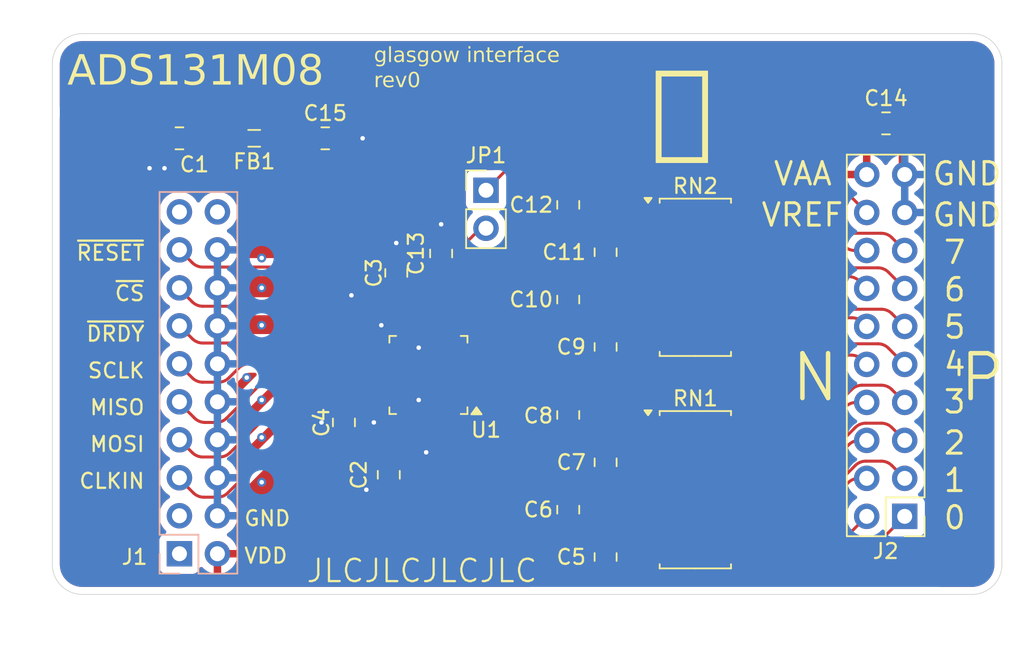
<source format=kicad_pcb>
(kicad_pcb (version 20240108) (generator "pcbnew") (generator_version "8.0")
  (layers (0 "F.Cu" signal) (1 "In1.Cu" signal) (2 "In2.Cu" signal) (31 "B.Cu" signal) (34 "B.Paste" user) (35 "F.Paste" user) (36 "B.SilkS" user "B.Silkscreen") (37 "F.SilkS" user "F.Silkscreen") (38 "B.Mask" user) (39 "F.Mask" user) (44 "Edge.Cuts" user))
  (net 0 "")
  (net 1 "VDD")
  (net 2 "GND")
  (net 3 "VAA")
  (net 4 "/CAP")
  (net 5 "/AIN0N")
  (net 6 "/AIN0P")
  (net 7 "/AIN1N")
  (net 8 "/AIN1P")
  (net 9 "/AIN2N")
  (net 10 "/AIN2P")
  (net 11 "/AIN3P")
  (net 12 "/AIN3N")
  (net 13 "/AIN4P")
  (net 14 "/AIN4N")
  (net 15 "/AIN5P")
  (net 16 "/AIN5N")
  (net 17 "/AIN6P")
  (net 18 "/AIN6N")
  (net 19 "/AIN7N")
  (net 20 "/AIN7P")
  (net 24 "/VREFIN")
  (net 25 "/~{DRDY}")
  (net 26 "/SCLK")
  (net 27 "/MOSI")
  (net 28 "/MISO")
  (net 29 "/~{CS}")
  (net 30 "/CLKIN")
  (net 32 "/~{RESET}")
  (net 34 "/SIG2P")
  (net 35 "/SIG2N")
  (net 36 "/SIG3P")
  (net 37 "/SIG1N")
  (net 38 "/SIG0P")
  (net 39 "/SIG3N")
  (net 40 "/SIG1P")
  (net 41 "/SIG0N")
  (net 42 "/SIG6P")
  (net 43 "/SIG7N")
  (net 44 "/SIG5P")
  (net 45 "/SIG7P")
  (net 46 "/SIG4N")
  (net 47 "/SIG4P")
  (net 48 "/SIG5N")
  (net 49 "/SIG6N")
  (net 51 "Net-(JP1-B)")
  (footprint "Capacitor_SMD:C_0805_2012Metric" (layer "F.Cu") (at 114.5 104 -90)
    (property "Reference" "C3")
    (property "Value" "1uF")
  )
  (footprint "Package_SO:SOIC-16_4.55x10.3mm_P1.27mm" (layer "F.Cu") (at 134.5 118.5)
    (property "Reference" "RN1")
    (property "Value" "1k")
  )
  (footprint "Capacitor_SMD:C_0805_2012Metric" (layer "F.Cu") (at 147.25 94)
    (property "Reference" "C14")
    (property "Value" "4.7uF")
  )
  (footprint "Capacitor_SMD:C_0805_2012Metric" (layer "F.Cu") (at 109.75 95)
    (property "Reference" "C15")
    (property "Value" "1uF")
  )
  (footprint "Capacitor_SMD:C_0805_2012Metric" (layer "F.Cu") (at 111 114 -90)
    (property "Reference" "C4")
    (property "Value" "220nF")
  )
  (footprint "Capacitor_SMD:C_0805_2012Metric" (layer "F.Cu") (at 126 119.833332 -90)
    (property "Reference" "C6")
    (property "Value" "10nF")
  )
  (footprint "Capacitor_SMD:C_0805_2012Metric" (layer "F.Cu") (at 128.5 108.949997 -90)
    (property "Reference" "C9")
    (property "Value" "10nF")
  )
  (footprint "Capacitor_SMD:C_0805_2012Metric" (layer "F.Cu") (at 117.5 102.699999 90)
    (property "Reference" "C13")
    (property "Value" "100nF")
  )
  (footprint "Capacitor_SMD:C_0805_2012Metric" (layer "F.Cu") (at 126 105.783331 -90)
    (property "Reference" "C10")
    (property "Value" "10nF")
  )
  (footprint "Capacitor_SMD:C_0805_2012Metric" (layer "F.Cu") (at 114 117.5 -90)
    (property "Reference" "C2")
    (property "Value" "1uF")
  )
  (footprint "Capacitor_SMD:C_0805_2012Metric" (layer "F.Cu") (at 128.5 122.999998 -90)
    (property "Reference" "C5")
    (property "Value" "10nF")
  )
  (footprint "Capacitor_SMD:C_0805_2012Metric" (layer "F.Cu") (at 128.5 102.616665 -90)
    (property "Reference" "C11")
    (property "Value" "10nF")
  )
  (footprint "Capacitor_SMD:C_0805_2012Metric" (layer "F.Cu") (at 126 99.449999 -90)
    (property "Reference" "C12")
    (property "Value" "10nF")
  )
  (footprint "Package_QFP:LQFP-32_5x5mm_P0.5mm" (layer "F.Cu") (at 116.65 110.825 180)
    (property "Reference" "U1")
    (property "Value" "ADS131M08")
  )
  (footprint "Inductor_SMD:L_0805_2012Metric" (layer "F.Cu") (at 105 95 180)
    (property "Reference" "FB1")
    (property "Value" "FB")
  )
  (footprint "Connector_PinHeader_2.54mm:PinHeader_2x10_P2.54mm_Vertical" (layer "F.Cu") (at 148.5 120.28 180)
    (property "Reference" "J2")
    (property "Value" "Conn_01x20")
  )
  (footprint "Capacitor_SMD:C_0805_2012Metric" (layer "F.Cu") (at 100 95 180)
    (property "Reference" "C1")
    (property "Value" "4.7uF")
  )
  (footprint "Package_SO:SOIC-16_4.55x10.3mm_P1.27mm" (layer "F.Cu") (at 134.5 104.294999)
    (property "Reference" "RN2")
    (property "Value" "1k")
  )
  (footprint "Connector_PinHeader_2.54mm:PinHeader_1x02_P2.54mm_Vertical" (layer "F.Cu") (at 120.5 98.475)
    (property "Reference" "JP1")
    (property "Value" "VREF")
  )
  (footprint "Capacitor_SMD:C_0805_2012Metric" (layer "F.Cu") (at 128.5 116.666666 -90)
    (property "Reference" "C7")
    (property "Value" "10nF")
  )
  (footprint "Capacitor_SMD:C_0805_2012Metric" (layer "F.Cu") (at 126 113.5 -90)
    (property "Reference" "C8")
    (property "Value" "10nF")
  )
  (footprint "Connector_PinHeader_2.54mm:PinHeader_2x10_P2.54mm_Vertical" (layer "B.Cu") (at 100 122.780001)
    (property "Reference" "J1")
    (property "Value" "Glasgow")
  )
  (gr_arc (start 91.5 90) (mid 92.085786 88.585786) (end 93.5 88) (stroke (width 0.05)) (layer "Edge.Cuts"))
  (gr_line (start 153 125.5) (end 93.5 125.5) (stroke (width 0.05)) (layer "Edge.Cuts"))
  (gr_line (start 93.5 88) (end 153 88) (stroke (width 0.05)) (layer "Edge.Cuts"))
  (gr_arc (start 153 88) (mid 154.414214 88.585786) (end 155 90) (stroke (width 0.05)) (layer "Edge.Cuts"))
  (gr_line (start 155 90) (end 155 123.5) (stroke (width 0.05)) (layer "Edge.Cuts"))
  (gr_arc (start 155 123.5) (mid 154.414214 124.914214) (end 153 125.5) (stroke (width 0.05)) (layer "Edge.Cuts"))
  (gr_arc (start 93.5 125.5) (mid 92.085786 124.914214) (end 91.5 123.5) (stroke (width 0.05)) (layer "Edge.Cuts"))
  (gr_line (start 91.5 123.5) (end 91.5 90) (stroke (width 0.05)) (layer "Edge.Cuts"))
  (gr_text "7" (at 151 103.5 0) (layer "F.SilkS") (effects (font (size 1.5 1.5) (thickness 0.2)) (justify left bottom)))
  (gr_text "勘" (at 131.5 96.25 0) (layer "F.SilkS") (effects (font (size 5 5) (thickness 0.3) (bold yes)) (justify left bottom)))
  (gr_text "SCLK" (at 97.75 111.118165 0) (layer "F.SilkS") (effects (font (size 1 1) (thickness 0.153)) (justify right bottom)))
  (gr_text "JLCJLCJLCJLC" (at 108.4 124.8 0) (layer "F.SilkS") (effects (font (size 1.5 1.5)) (justify left bottom)))
  (gr_text "~{CS}" (at 97.75 105.953777 0) (layer "F.SilkS") (effects (font (size 1 1) (thickness 0.153)) (justify right bottom)))
  (gr_text "~{DRDY}\n" (at 97.75 108.657554 0) (layer "F.SilkS") (effects (font (size 1 1) (thickness 0.153)) (justify right bottom)))
  (gr_text "3" (at 151 113.5 0) (layer "F.SilkS") (effects (font (size 1.5 1.5) (thickness 0.2)) (justify left bottom)))
  (gr_text "0" (at 151 121.25 0) (layer "F.SilkS") (effects (font (size 1.5 1.5) (thickness 0.2)) (justify left bottom)))
  (gr_text "~{RESET}" (at 97.75 103.25 0) (layer "F.SilkS") (effects (font (size 1 1) (thickness 0.153)) (justify right bottom)))
  (gr_text "N" (at 140.75 112.75 0) (layer "F.SilkS") (effects (font (size 3 3) (thickness 0.3)) (justify left bottom)))
  (gr_text "glasgow interface\nrev0" (at 113 91.75 0) (layer "F.SilkS") (effects (font (size 1 1)) (justify left bottom)))
  (gr_text "2" (at 151 116.25 0) (layer "F.SilkS") (effects (font (size 1.5 1.5) (thickness 0.2)) (justify left bottom)))
  (gr_text "VREF" (at 144.5 101 0) (layer "F.SilkS") (effects (font (size 1.5 1.5) (thickness 0.2)) (justify right bottom)))
  (gr_text "5" (at 151 108.5 0) (layer "F.SilkS") (effects (font (size 1.5 1.5) (thickness 0.2)) (justify left bottom)))
  (gr_text "VAA" (at 143.75 98.25 0) (layer "F.SilkS") (effects (font (size 1.5 1.5) (thickness 0.2)) (justify right bottom)))
  (gr_text "1" (at 151 118.75 0) (layer "F.SilkS") (effects (font (size 1.5 1.5) (thickness 0.2)) (justify left bottom)))
  (gr_text "GND" (at 150.25 98.25 0) (layer "F.SilkS") (effects (font (size 1.5 1.5) (thickness 0.2)) (justify left bottom)))
  (gr_text "4" (at 151 111 0) (layer "F.SilkS") (effects (font (size 1.5 1.5) (thickness 0.2)) (justify left bottom)))
  (gr_text "MISO" (at 97.75 113.578776 0) (layer "F.SilkS") (effects (font (size 1 1) (thickness 0.153)) (justify right bottom)))
  (gr_text "GND" (at 150.25 101 0) (layer "F.SilkS") (effects (font (size 1.5 1.5) (thickness 0.2)) (justify left bottom)))
  (gr_text "ADS131M08" (at 92.5 91.75 0) (layer "F.SilkS") (effects (font (size 2 2) (thickness 0.2)) (justify left bottom)))
  (gr_text "6" (at 151 106 0) (layer "F.SilkS") (effects (font (size 1.5 1.5) (thickness 0.2)) (justify left bottom)))
  (gr_text "CLKIN" (at 97.75 118.5 0) (layer "F.SilkS") (effects (font (size 1 1) (thickness 0.153)) (justify right bottom)))
  (gr_text "MOSI" (at 97.75 116.039387 0) (layer "F.SilkS") (effects (font (size 1 1) (thickness 0.153)) (justify right bottom)))
  (gr_text "P\n" (at 152 112.75 0) (layer "F.SilkS") (effects (font (size 3 3) (thickness 0.3)) (justify left bottom)))
  (gr_text "VDD" (at 104.25 123.5 0) (layer "F.SilkS") (effects (font (size 1 1) (thickness 0.153)) (justify left bottom)))
  (gr_text "GND" (at 104.25 121 0) (layer "F.SilkS") (effects (font (size 1 1) (thickness 0.153)) (justify left bottom)))
  (segment (start 115.4 114.000001) (end 115.4 115.9) (width 0.2) (layer "F.Cu") (net 1))
  (via (at 104.5 111) (size 0.6) (drill 0.3) (layers "F.Cu" "B.Cu") (net 1))
  (via (at 105.5 103) (size 0.6) (drill 0.3) (layers "F.Cu" "B.Cu") (net 1))
  (via (at 105.5 107.5) (size 0.6) (drill 0.3) (layers "F.Cu" "B.Cu") (net 1))
  (via (at 105.5 118) (size 0.6) (drill 0.3) (layers "F.Cu" "B.Cu") (net 1))
  (via (at 105.5 115) (size 0.6) (drill 0.3) (layers "F.Cu" "B.Cu") (net 1))
  (via (at 105.5 105) (size 0.6) (drill 0.3) (layers "F.Cu" "B.Cu") (net 1))
  (via (at 105.5 112.5) (size 0.6) (drill 0.3) (layers "F.Cu" "B.Cu") (net 1))
  (segment (start 116.4 112.9) (end 116 112.5) (width 0.2) (layer "F.Cu") (net 2))
  (segment (start 99 97) (end 99.050001 96.949999) (width 0.2) (layer "F.Cu") (net 2))
  (segment (start 117.5 101.800001) (end 117.5 100.75) (width 0.2) (layer "F.Cu") (net 2))
  (segment (start 116.4 108.6) (end 116 109) (width 0.2) (layer "F.Cu") (net 2))
  (segment (start 113.949999 118.5) (end 114 118.449999) (width 0.2) (layer "F.Cu") (net 2))
  (segment (start 112.5 118.5) (end 113.949999 118.5) (width 0.2) (layer "F.Cu") (net 2))
  (segment (start 111 114.949999) (end 112.050001 114.949999) (width 0.2) (layer "F.Cu") (net 2))
  (segment (start 116.4 114) (end 116.4 112.9) (width 0.2) (layer "F.Cu") (net 2))
  (segment (start 114.5 103.050001) (end 114.5 102) (width 0.2) (layer "F.Cu") (net 2))
  (segment (start 116.4 115.9) (end 116.5 116) (width 0.2) (layer "F.Cu") (net 2))
  (segment (start 148.5 99.96) (end 148.5 97.42) (width 0.2) (layer "F.Cu") (net 2))
  (segment (start 111 114.949999) (end 110.449999 114.949999) (width 0.2) (layer "F.Cu") (net 2))
  (segment (start 110.449999 114.949999) (end 109.5 114) (width 0.2) (layer "F.Cu") (net 2))
  (segment (start 116.4 114) (end 116.4 115.9) (width 0.2) (layer "F.Cu") (net 2))
  (segment (start 98 97) (end 98 96) (width 0.2) (layer "F.Cu") (net 2))
  (segment (start 148.2 97.12) (end 148.5 97.42) (width 0.2) (layer "F.Cu") (net 2))
  (segment (start 98 96) (end 98.050001 96) (width 0.2) (layer "F.Cu") (net 2))
  (segment (start 116.4 107.65) (end 116.4 108.6) (width 0.2) (layer "F.Cu") (net 2))
  (segment (start 148.2 94) (end 148.2 97.12) (width 0.2) (layer "F.Cu") (net 2))
  (segment (start 114.9 114) (end 113 114) (width 0.2) (layer "F.Cu") (net 2))
  (segment (start 98.050001 96) (end 99.050001 95) (width 0.2) (layer "F.Cu") (net 2))
  (segment (start 112.25 95) (end 110.699999 95) (width 0.2) (layer "F.Cu") (net 2))
  (segment (start 112.050001 114.949999) (end 113 114) (width 0.2) (layer "F.Cu") (net 2))
  (segment (start 99.050001 96.949999) (end 99.050001 95) (width 0.2) (layer "F.Cu") (net 2))
  (via (at 113 114) (size 0.6) (drill 0.3) (layers "F.Cu" "B.Cu") (net 2))
  (via (at 116 112.5) (size 0.6) (drill 0.3) (layers "F.Cu" "B.Cu") (net 2))
  (via (at 114.5 102) (size 0.6) (drill 0.3) (layers "F.Cu" "B.Cu") (net 2))
  (via (at 112.5 118.5) (size 0.6) (drill 0.3) (layers "F.Cu" "B.Cu") (net 2))
  (via (at 117.5 100.75) (size 0.6) (drill 0.3) (layers "F.Cu" "B.Cu") (net 2))
  (via (at 113.5 107.5) (size 0.6) (drill 0.3) (layers "F.Cu" "B.Cu") (net 2))
  (via (at 112.25 95) (size 0.6) (drill 0.3) (layers "F.Cu" "B.Cu") (net 2))
  (via (at 109.5 114) (size 0.6) (drill 0.3) (layers "F.Cu" "B.Cu") (net 2))
  (via (at 111.5 105.5) (size 0.6) (drill 0.3) (layers "F.Cu" "B.Cu") (net 2))
  (via (at 116.5 116) (size 0.6) (drill 0.3) (layers "F.Cu" "B.Cu") (net 2))
  (via (at 98 97) (size 0.6) (drill 0.3) (layers "F.Cu" "B.Cu") (net 2))
  (via (at 116 109) (size 0.6) (drill 0.3) (layers "F.Cu" "B.Cu") (net 2))
  (via (at 99 97) (size 0.6) (drill 0.3) (layers "F.Cu" "B.Cu") (net 2))
  (segment (start 115.4 107.649999) (end 115.4 106.4) (width 0.2) (layer "F.Cu") (net 3))
  (segment (start 113.475 112.575) (end 111.475001 112.575) (width 0.2) (layer "F.Cu") (net 4))
  (segment (start 111.475001 112.575) (end 111 113.050001) (width 0.2) (layer "F.Cu") (net 4))
  (segment (start 117.4 114.848095) (end 117.4 114) (width 0.2) (layer "F.Cu") (net 5))
  (segment (start 124.309011 121.757106) (end 117.4 114.848095) (width 0.2) (layer "F.Cu") (net 5))
  (segment (start 128.5 122.049999) (end 125.016118 122.049999) (width 0.2) (layer "F.Cu") (net 5))
  (segment (start 128.874999 121.675) (end 128.5 122.049999) (width 0.2) (layer "F.Cu") (net 5))
  (segment (start 131.25 121.675) (end 128.874999 121.675) (width 0.2) (layer "F.Cu") (net 5))
  (arc (start 125.016118 122.049999) (mid 124.633435 121.973879) (end 124.309011 121.757106) (width 0.2) (layer "F.Cu") (net 5))
  (segment (start 127.342896 122.792893) (end 128.5 123.949997) (width 0.2) (layer "F.Cu") (net 6))
  (segment (start 116.9 114) (end 116.9 114.913781) (width 0.2) (layer "F.Cu") (net 6))
  (segment (start 131.25 122.945) (end 129.919211 122.945) (width 0.2) (layer "F.Cu") (net 6))
  (segment (start 129.212104 123.237893) (end 128.5 123.949997) (width 0.2) (layer "F.Cu") (net 6))
  (segment (start 116.9 114.913781) (end 124.193326 122.207107) (width 0.2) (layer "F.Cu") (net 6))
  (segment (start 124.900433 122.5) (end 126.635789 122.5) (width 0.2) (layer "F.Cu") (net 6))
  (arc (start 129.919211 122.945) (mid 129.536528 123.02112) (end 129.212104 123.237893) (width 0.2) (layer "F.Cu") (net 6))
  (arc (start 124.193326 122.207107) (mid 124.517749 122.42388) (end 124.900433 122.5) (width 0.2) (layer "F.Cu") (net 6))
  (arc (start 126.635789 122.5) (mid 127.018472 122.57612) (end 127.342896 122.792893) (width 0.2) (layer "F.Cu") (net 6))
  (segment (start 118.16759 115.05) (end 118.4701 115.05) (width 0.2) (layer "F.Cu") (net 7))
  (segment (start 117.9 114.78241) (end 118.16759 115.05) (width 0.2) (layer "F.Cu") (net 7))
  (segment (start 119.177207 115.342893) (end 124.324752 120.490438) (width 0.2) (layer "F.Cu") (net 7))
  (segment (start 117.9 114.000001) (end 117.9 114.78241) (width 0.2) (layer "F.Cu") (net 7))
  (segment (start 125.031859 120.783331) (end 126 120.783331) (width 0.2) (layer "F.Cu") (net 7))
  (segment (start 131.25 120.405) (end 126.378331 120.405) (width 0.2) (layer "F.Cu") (net 7))
  (segment (start 126.378331 120.405) (end 126 120.783331) (width 0.2) (layer "F.Cu") (net 7))
  (arc (start 124.324752 120.490438) (mid 124.649175 120.707211) (end 125.031859 120.783331) (width 0.2) (layer "F.Cu") (net 7))
  (arc (start 119.177207 115.342893) (mid 118.852784 115.12612) (end 118.4701 115.05) (width 0.2) (layer "F.Cu") (net 7))
  (segment (start 126.251667 119.135) (end 126 118.883333) (width 0.2) (layer "F.Cu") (net 8))
  (segment (start 131.25 119.135) (end 126.251667 119.135) (width 0.2) (layer "F.Cu") (net 8))
  (segment (start 123.697547 118.883333) (end 126 118.883333) (width 0.2) (layer "F.Cu") (net 8))
  (segment (start 118.4 114) (end 122.99044 118.59044) (width 0.2) (layer "F.Cu") (net 8))
  (arc (start 122.99044 118.59044) (mid 123.314863 118.807213) (end 123.697547 118.883333) (width 0.2) (layer "F.Cu") (net 8))
  (segment (start 120.60741 112.075) (end 123.956184 115.423774) (width 0.2) (layer "F.Cu") (net 9))
  (segment (start 129.08544 116.302107) (end 128.5 115.716667) (width 0.2) (layer "F.Cu") (net 9))
  (segment (start 119.825001 112.075) (end 120.60741 112.075) (width 0.2) (layer "F.Cu") (net 9))
  (segment (start 131.25 116.595) (end 129.792547 116.595) (width 0.2) (layer "F.Cu") (net 9))
  (segment (start 124.663291 115.716667) (end 128.5 115.716667) (width 0.2) (layer "F.Cu") (net 9))
  (arc (start 124.663291 115.716667) (mid 124.280608 115.640547) (end 123.956184 115.423774) (width 0.2) (layer "F.Cu") (net 9))
  (arc (start 129.08544 116.302107) (mid 129.409863 116.51888) (end 129.792547 116.595) (width 0.2) (layer "F.Cu") (net 9))
  (segment (start 120.983362 113.016638) (end 124.173831 116.207107) (width 0.2) (layer "F.Cu") (net 10))
  (segment (start 124.880938 116.5) (end 126.969121 116.5) (width 0.2) (layer "F.Cu") (net 10))
  (segment (start 119.825 112.575) (end 120.266638 113.016638) (width 0.2) (layer "F.Cu") (net 10))
  (segment (start 127.676228 116.792893) (end 128.5 117.616665) (width 0.2) (layer "F.Cu") (net 10))
  (segment (start 120.266638 113.016638) (end 120.983362 113.016638) (width 0.2) (layer "F.Cu") (net 10))
  (segment (start 128.748335 117.865) (end 128.5 117.616665) (width 0.2) (layer "F.Cu") (net 10))
  (segment (start 131.25 117.865) (end 128.748335 117.865) (width 0.2) (layer "F.Cu") (net 10))
  (arc (start 126.969121 116.5) (mid 127.351804 116.57612) (end 127.676228 116.792893) (width 0.2) (layer "F.Cu") (net 10))
  (arc (start 124.173831 116.207107) (mid 124.498254 116.42388) (end 124.880938 116.5) (width 0.2) (layer "F.Cu") (net 10))
  (segment (start 124.817892 111.367893) (end 126 112.550001) (width 0.2) (layer "F.Cu") (net 11))
  (segment (start 119.825 111.075) (end 124.110785 111.075) (width 0.2) (layer "F.Cu") (net 11))
  (segment (start 131.25 114.055) (end 130.037894 112.842894) (width 0.2) (layer "F.Cu") (net 11))
  (segment (start 129.330787 112.550001) (end 126 112.550001) (width 0.2) (layer "F.Cu") (net 11))
  (arc (start 124.110785 111.075) (mid 124.493468 111.15112) (end 124.817892 111.367893) (width 0.2) (layer "F.Cu") (net 11))
  (arc (start 130.037894 112.842894) (mid 129.713471 112.626121) (end 129.330787 112.550001) (width 0.2) (layer "F.Cu") (net 11))
  (segment (start 119.825 111.575) (end 123.867893 111.575) (width 0.2) (layer "F.Cu") (net 12))
  (segment (start 131.25 115.325) (end 130.450001 115.325) (width 0.2) (layer "F.Cu") (net 12))
  (segment (start 130.450001 115.325) (end 129.867893 114.742892) (width 0.2) (layer "F.Cu") (net 12))
  (segment (start 124.792893 113.242892) (end 126 114.449999) (width 0.2) (layer "F.Cu") (net 12))
  (segment (start 129.160786 114.449999) (end 126 114.449999) (width 0.2) (layer "F.Cu") (net 12))
  (segment (start 124.5 112.207107) (end 124.5 112.535785) (width 0.2) (layer "F.Cu") (net 12))
  (segment (start 124.221447 111.721447) (end 124.353554 111.853554) (width 0.2) (layer "F.Cu") (net 12))
  (arc (start 124.792893 113.242892) (mid 124.57612 112.918469) (end 124.5 112.535785) (width 0.2) (layer "F.Cu") (net 12))
  (arc (start 124.353554 111.853554) (mid 124.46194 112.015766) (end 124.5 112.207107) (width 0.2) (layer "F.Cu") (net 12))
  (arc (start 124.221447 111.721447) (mid 124.059235 111.61306) (end 123.867893 111.575) (width 0.2) (layer "F.Cu") (net 12))
  (arc (start 129.867893 114.742892) (mid 129.54347 114.526119) (end 129.160786 114.449999) (width 0.2) (layer "F.Cu") (net 12))
  (segment (start 124.717893 110.282107) (end 124.807111 110.192889) (width 0.2) (layer "F.Cu") (net 13))
  (segment (start 131.25 108.739999) (end 130.074211 108.739999) (width 0.2) (layer "F.Cu") (net 13))
  (segment (start 125.514218 109.899996) (end 128.5 109.899996) (width 0.2) (layer "F.Cu") (net 13))
  (segment (start 129.367104 109.032892) (end 128.5 109.899996) (width 0.2) (layer "F.Cu") (net 13))
  (segment (start 119.825 110.575) (end 124.010786 110.575) (width 0.2) (layer "F.Cu") (net 13))
  (arc (start 124.807111 110.192889) (mid 125.131534 109.976116) (end 125.514218 109.899996) (width 0.2) (layer "F.Cu") (net 13))
  (arc (start 124.717893 110.282107) (mid 124.39347 110.49888) (end 124.010786 110.575) (width 0.2) (layer "F.Cu") (net 13))
  (arc (start 130.074211 108.739999) (mid 129.691528 108.816119) (end 129.367104 109.032892) (width 0.2) (layer "F.Cu") (net 13))
  (segment (start 124.652207 109.782107) (end 125.141421 109.292893) (width 0.2) (layer "F.Cu") (net 14))
  (segment (start 128.737106 107.762892) (end 128.5 107.999998) (width 0.2) (layer "F.Cu") (net 14))
  (segment (start 119.825 110.075) (end 123.9451 110.075) (width 0.2) (layer "F.Cu") (net 14))
  (segment (start 131.25 107.469999) (end 129.444213 107.469999) (width 0.2) (layer "F.Cu") (net 14))
  (segment (start 125.848528 109) (end 127.085786 109) (width 0.2) (layer "F.Cu") (net 14))
  (segment (start 127.792893 108.707106) (end 128.5 107.999998) (width 0.2) (layer "F.Cu") (net 14))
  (arc (start 128.737106 107.762892) (mid 129.061529 107.546119) (end 129.444213 107.469999) (width 0.2) (layer "F.Cu") (net 14))
  (arc (start 127.085786 109) (mid 127.46847 108.923879) (end 127.792893 108.707106) (width 0.2) (layer "F.Cu") (net 14))
  (arc (start 123.9451 110.075) (mid 124.327783 109.99888) (end 124.652207 109.782107) (width 0.2) (layer "F.Cu") (net 14))
  (arc (start 125.141421 109.292893) (mid 125.465844 109.07612) (end 125.848528 109) (width 0.2) (layer "F.Cu") (net 14))
  (segment (start 126.096667 104.929999) (end 126 104.833332) (width 0.2) (layer "F.Cu") (net 15))
  (segment (start 119.825 109.075) (end 121.344118 109.075) (width 0.2) (layer "F.Cu") (net 15))
  (segment (start 131.25 104.929999) (end 126.096667 104.929999) (width 0.2) (layer "F.Cu") (net 15))
  (segment (start 122.051225 108.782107) (end 126 104.833332) (width 0.2) (layer "F.Cu") (net 15))
  (arc (start 121.344118 109.075) (mid 121.726801 108.99888) (end 122.051225 108.782107) (width 0.2) (layer "F.Cu") (net 15))
  (segment (start 131.25 106.199999) (end 126.947545 106.199999) (width 0.2) (layer "F.Cu") (net 16))
  (segment (start 124.372795 107.026223) (end 122.116911 109.282107) (width 0.2) (layer "F.Cu") (net 16))
  (segment (start 126 106.73333) (end 125.079902 106.73333) (width 0.2) (layer "F.Cu") (net 16))
  (segment (start 121.409804 109.575) (end 119.825001 109.575) (width 0.2) (layer "F.Cu") (net 16))
  (segment (start 126.240438 106.492892) (end 126 106.73333) (width 0.2) (layer "F.Cu") (net 16))
  (arc (start 126.240438 106.492892) (mid 126.564861 106.276119) (end 126.947545 106.199999) (width 0.2) (layer "F.Cu") (net 16))
  (arc (start 121.409804 109.575) (mid 121.792487 109.49888) (end 122.116911 109.282107) (width 0.2) (layer "F.Cu") (net 16))
  (arc (start 124.372795 107.026223) (mid 124.697218 106.80945) (end 125.079902 106.73333) (width 0.2) (layer "F.Cu") (net 16))
  (segment (start 128.593335 103.659999) (end 128.5 103.566664) (width 0.2) (layer "F.Cu") (net 17))
  (segment (start 122.190443 103.859557) (end 118.4 107.65) (width 0.2) (layer "F.Cu") (net 17))
  (segment (start 131.25 103.659999) (end 128.593335 103.659999) (width 0.2) (layer "F.Cu") (net 17))
  (segment (start 128.5 103.566664) (end 122.89755 103.566664) (width 0.2) (layer "F.Cu") (net 17))
  (arc (start 122.89755 103.566664) (mid 122.514867 103.642784) (end 122.190443 103.859557) (width 0.2) (layer "F.Cu") (net 17))
  (segment (start 131.25 102.389999) (end 129.637547 102.389999) (width 0.2) (layer "F.Cu") (net 18))
  (segment (start 118.577943 106.492157) (end 118.275433 106.492157) (width 0.2) (layer "F.Cu") (net 18))
  (segment (start 122.191421 103.292893) (end 119.28505 106.199264) (width 0.2) (layer "F.Cu") (net 18))
  (segment (start 126.752452 103) (end 122.898528 103) (width 0.2) (layer "F.Cu") (net 18))
  (segment (start 128.5 101.666666) (end 127.459559 102.707107) (width 0.2) (layer "F.Cu") (net 18))
  (segment (start 117.9 106.86759) (end 117.9 107.649999) (width 0.2) (layer "F.Cu") (net 18))
  (segment (start 128.93044 102.097106) (end 128.5 101.666666) (width 0.2) (layer "F.Cu") (net 18))
  (segment (start 118.275433 106.492157) (end 117.9 106.86759) (width 0.2) (layer "F.Cu") (net 18))
  (arc (start 122.898528 103) (mid 122.515845 103.07612) (end 122.191421 103.292893) (width 0.2) (layer "F.Cu") (net 18))
  (arc (start 127.459559 102.707107) (mid 127.135136 102.92388) (end 126.752452 103) (width 0.2) (layer "F.Cu") (net 18))
  (arc (start 118.577943 106.492157) (mid 118.960626 106.416037) (end 119.28505 106.199264) (width 0.2) (layer "F.Cu") (net 18))
  (arc (start 128.93044 102.097106) (mid 129.254863 102.313879) (end 129.637547 102.389999) (width 0.2) (layer "F.Cu") (net 18))
  (segment (start 117.4 106.801905) (end 123.509014 100.692891) (width 0.2) (layer "F.Cu") (net 19))
  (segment (start 131.25 101.119999) (end 129.877291 101.119999) (width 0.2) (layer "F.Cu") (net 19))
  (segment (start 117.4 107.65) (end 117.4 106.801905) (width 0.2) (layer "F.Cu") (net 19))
  (segment (start 129.170184 100.827106) (end 129.035969 100.692891) (width 0.2) (layer "F.Cu") (net 19))
  (segment (start 124.216121 100.399998) (end 126 100.399998) (width 0.2) (layer "F.Cu") (net 19))
  (segment (start 128.328862 100.399998) (end 126 100.399998) (width 0.2) (layer "F.Cu") (net 19))
  (arc (start 123.509014 100.692891) (mid 123.833437 100.476118) (end 124.216121 100.399998) (width 0.2) (layer "F.Cu") (net 19))
  (arc (start 129.035969 100.692891) (mid 128.711546 100.476118) (end 128.328862 100.399998) (width 0.2) (layer "F.Cu") (net 19))
  (arc (start 129.170184 100.827106) (mid 129.494607 101.043879) (end 129.877291 101.119999) (width 0.2) (layer "F.Cu") (net 19))
  (segment (start 116.9 107.65) (end 116.9 106.73622) (width 0.2) (layer "F.Cu") (net 20))
  (segment (start 125.292893 99.207107) (end 126 98.5) (width 0.2) (layer "F.Cu") (net 20))
  (segment (start 127.057106 99.557106) (end 126 98.5) (width 0.2) (layer "F.Cu") (net 20))
  (segment (start 131.25 99.849999) (end 127.764213 99.849999) (width 0.2) (layer "F.Cu") (net 20))
  (segment (start 116.9 106.73622) (end 123.843327 99.792893) (width 0.2) (layer "F.Cu") (net 20))
  (segment (start 124.550434 99.5) (end 124.585786 99.5) (width 0.2) (layer "F.Cu") (net 20))
  (arc (start 123.843327 99.792893) (mid 124.16775 99.57612) (end 124.550434 99.5) (width 0.2) (layer "F.Cu") (net 20))
  (arc (start 124.585786 99.5) (mid 124.968469 99.42388) (end 125.292893 99.207107) (width 0.2) (layer "F.Cu") (net 20))
  (arc (start 127.057106 99.557106) (mid 127.381529 99.773879) (end 127.764213 99.849999) (width 0.2) (layer "F.Cu") (net 20))
  (segment (start 128.335786 97) (end 122.389214 97) (width 0.2) (layer "F.Cu") (net 24))
  (segment (start 145.96 99.96) (end 145.042893 99.042893) (width 0.2) (layer "F.Cu") (net 24))
  (segment (start 130.207107 98.457107) (end 129.042893 97.292893) (width 0.2) (layer "F.Cu") (net 24))
  (segment (start 144.335786 98.75) (end 130.914214 98.75) (width 0.2) (layer "F.Cu") (net 24))
  (segment (start 121.682107 97.292893) (end 120.5 98.475) (width 0.2) (layer "F.Cu") (net 24))
  (arc (start 129.042893 97.292893) (mid 128.71847 97.07612) (end 128.335786 97) (width 0.2) (layer "F.Cu") (net 24))
  (arc (start 130.207107 98.457107) (mid 130.53153 98.67388) (end 130.914214 98.75) (width 0.2) (layer "F.Cu") (net 24))
  (arc (start 122.389214 97) (mid 122.006531 97.07612) (end 121.682107 97.292893) (width 0.2) (layer "F.Cu") (net 24))
  (arc (start 145.042893 99.042893) (mid 144.71847 98.82612) (end 144.335786 98.75) (width 0.2) (layer "F.Cu") (net 24))
  (segment (start 113.474999 109.575) (end 111.989214 109.575) (width 0.2) (layer "F.Cu") (net 25))
  (segment (start 110.275787 108.690001) (end 101.564214 108.690001) (width 0.2) (layer "F.Cu") (net 25))
  (segment (start 100.857107 108.397108) (end 100 107.540001) (width 0.2) (layer "F.Cu") (net 25))
  (segment (start 111.282107 109.282107) (end 110.982894 108.982894) (width 0.2) (layer "F.Cu") (net 25))
  (arc (start 100.857107 108.397108) (mid 101.18153 108.613881) (end 101.564214 108.690001) (width 0.2) (layer "F.Cu") (net 25))
  (arc (start 110.982894 108.982894) (mid 110.658471 108.766121) (end 110.275787 108.690001) (width 0.2) (layer "F.Cu") (net 25))
  (arc (start 111.282107 109.282107) (mid 111.60653 109.49888) (end 111.989214 109.575) (width 0.2) (layer "F.Cu") (net 25))
  (segment (start 102.602132 111.31) (end 101.564214 111.31) (width 0.2) (layer "F.Cu") (net 26))
  (segment (start 113.475 110.075) (end 104.66556 110.075) (width 0.2) (layer "F.Cu") (net 26))
  (segment (start 100.857107 111.017107) (end 100 110.16) (width 0.2) (layer "F.Cu") (net 26))
  (segment (start 103.958453 110.367893) (end 103.309239 111.017107) (width 0.2) (layer "F.Cu") (net 26))
  (arc (start 104.66556 110.075) (mid 104.282877 110.15112) (end 103.958453 110.367893) (width 0.2) (layer "F.Cu") (net 26))
  (arc (start 103.309239 111.017107) (mid 102.984816 111.23388) (end 102.602132 111.31) (width 0.2) (layer "F.Cu") (net 26))
  (arc (start 100.857107 111.017107) (mid 101.18153 111.23388) (end 101.564214 111.31) (width 0.2) (layer "F.Cu") (net 26))
  (segment (start 108.038453 111.367893) (end 103.389238 116.017108) (width 0.2) (layer "F.Cu") (net 27))
  (segment (start 113.475 111.075) (end 108.74556 111.075) (width 0.2) (layer "F.Cu") (net 27))
  (segment (start 102.682131 116.310001) (end 101.564214 116.310001) (width 0.2) (layer "F.Cu") (net 27))
  (segment (start 100.857107 116.017108) (end 100 115.160001) (width 0.2) (layer "F.Cu") (net 27))
  (arc (start 108.74556 111.075) (mid 108.362877 111.15112) (end 108.038453 111.367893) (width 0.2) (layer "F.Cu") (net 27))
  (arc (start 103.389238 116.017108) (mid 103.064815 116.233881) (end 102.682131 116.310001) (width 0.2) (layer "F.Cu") (net 27))
  (arc (start 101.564214 116.310001) (mid 101.181531 116.233881) (end 100.857107 116.017108) (width 0.2) (layer "F.Cu") (net 27))
  (segment (start 101.007107 113.707107) (end 100 112.7) (width 0.2) (layer "F.Cu") (net 28))
  (segment (start 105.998453 110.867893) (end 103.159239 113.707107) (width 0.2) (layer "F.Cu") (net 28))
  (segment (start 113.475 110.575) (end 106.70556 110.575) (width 0.2) (layer "F.Cu") (net 28))
  (segment (start 102.452132 114) (end 101.714214 114) (width 0.2) (layer "F.Cu") (net 28))
  (arc (start 101.007107 113.707107) (mid 101.33153 113.92388) (end 101.714214 114) (width 0.2) (layer "F.Cu") (net 28))
  (arc (start 105.998453 110.867893) (mid 106.322876 110.65112) (end 106.70556 110.575) (width 0.2) (layer "F.Cu") (net 28))
  (arc (start 103.159239 113.707107) (mid 102.834816 113.92388) (end 102.452132 114) (width 0.2) (layer "F.Cu") (net 28))
  (segment (start 101.564214 106.23) (end 110.215786 106.23) (width 0.2) (layer "F.Cu") (net 29))
  (segment (start 110.922893 106.522893) (end 113.475 109.075) (width 0.2) (layer "F.Cu") (net 29))
  (segment (start 100 105.08) (end 100.857107 105.937107) (width 0.2) (layer "F.Cu") (net 29))
  (arc (start 110.922893 106.522893) (mid 110.59847 106.30612) (end 110.215786 106.23) (width 0.2) (layer "F.Cu") (net 29))
  (arc (start 100.857107 105.937107) (mid 101.18153 106.15388) (end 101.564214 106.23) (width 0.2) (layer "F.Cu") (net 29))
  (segment (start 109.578453 112.367893) (end 103.239239 118.707107) (width 0.2) (layer "F.Cu") (net 30))
  (segment (start 113.474999 112.075) (end 110.28556 112.075) (width 0.2) (layer "F.Cu") (net 30))
  (segment (start 100.927107 118.707107) (end 100 117.78) (width 0.2) (layer "F.Cu") (net 30))
  (segment (start 102.532132 119) (end 101.634214 119) (width 0.2) (layer "F.Cu") (net 30))
  (arc (start 109.578453 112.367893) (mid 109.902876 112.15112) (end 110.28556 112.075) (width 0.2) (layer "F.Cu") (net 30))
  (arc (start 103.239239 118.707107) (mid 102.914816 118.92388) (end 102.532132 119) (width 0.2) (layer "F.Cu") (net 30))
  (arc (start 101.634214 119) (mid 101.251531 118.92388) (end 100.927107 118.707107) (width 0.2) (layer "F.Cu") (net 30))
  (segment (start 114.9 107.65) (end 111.152894 103.902894) (width 0.2) (layer "F.Cu") (net 32))
  (segment (start 100.857107 103.317108) (end 100 102.460001) (width 0.2) (layer "F.Cu") (net 32))
  (segment (start 110.445787 103.610001) (end 101.564214 103.610001) (width 0.2) (layer "F.Cu") (net 32))
  (arc (start 110.445787 103.610001) (mid 110.82847 103.686121) (end 111.152894 103.902894) (width 0.2) (layer "F.Cu") (net 32))
  (arc (start 100.857107 103.317108) (mid 101.18153 103.533881) (end 101.564214 103.610001) (width 0.2) (layer "F.Cu") (net 32))
  (segment (start 136.65 117.48) (end 137.035 117.865) (width 0.2) (layer "F.Cu") (net 34))
  (segment (start 136.65 116.272472) (end 136.65 117.48) (width 0.2) (layer "F.Cu") (net 34))
  (segment (start 143.21944 115.9) (end 137.022472 115.9) (width 0.2) (layer "F.Cu") (net 34))
  (segment (start 137.035 117.865) (end 137.75 117.865) (width 0.2) (layer "F.Cu") (net 34))
  (segment (start 148.5 115.2) (end 147.642893 114.342893) (width 0.2) (layer "F.Cu") (net 34))
  (segment (start 146.935786 114.05) (end 145.897868 114.05) (width 0.2) (layer "F.Cu") (net 34))
  (segment (start 137.022472 115.9) (end 136.65 116.272472) (width 0.2) (layer "F.Cu") (net 34))
  (segment (start 145.190761 114.342893) (end 143.926547 115.607107) (width 0.2) (layer "F.Cu") (net 34))
  (arc (start 143.926547 115.607107) (mid 143.602123 115.82388) (end 143.21944 115.9) (width 0.2) (layer "F.Cu") (net 34))
  (arc (start 147.642893 114.342893) (mid 147.318469 114.12612) (end 146.935786 114.05) (width 0.2) (layer "F.Cu") (net 34))
  (arc (start 145.897868 114.05) (mid 145.515185 114.12612) (end 145.190761 114.342893) (width 0.2) (layer "F.Cu") (net 34))
  (segment (start 137.75 116.595) (end 143.240786 116.595) (width 0.2) (layer "F.Cu") (net 35))
  (segment (start 143.947893 116.302107) (end 144.757107 115.492893) (width 0.2) (layer "F.Cu") (net 35))
  (segment (start 145.464214 115.2) (end 145.96 115.2) (width 0.2) (layer "F.Cu") (net 35))
  (arc (start 145.464214 115.2) (mid 145.081531 115.27612) (end 144.757107 115.492893) (width 0.2) (layer "F.Cu") (net 35))
  (arc (start 143.947893 116.302107) (mid 143.62347 116.51888) (end 143.240786 116.595) (width 0.2) (layer "F.Cu") (net 35))
  (segment (start 147.642893 111.802893) (end 148.5 112.66) (width 0.2) (layer "F.Cu") (net 36))
  (segment (start 137.75 114.055) (end 142.280786 114.055) (width 0.2) (layer "F.Cu") (net 36))
  (segment (start 145.654214 111.51) (end 146.935786 111.51) (width 0.2) (layer "F.Cu") (net 36))
  (segment (start 142.987893 113.762107) (end 144.947107 111.802893) (width 0.2) (layer "F.Cu") (net 36))
  (arc (start 142.987893 113.762107) (mid 142.66347 113.97888) (end 142.280786 114.055) (width 0.2) (layer "F.Cu") (net 36))
  (arc (start 144.947107 111.802893) (mid 145.27153 111.58612) (end 145.654214 111.51) (width 0.2) (layer "F.Cu") (net 36))
  (arc (start 146.935786 111.51) (mid 147.318469 111.58612) (end 147.642893 111.802893) (width 0.2) (layer "F.Cu") (net 36))
  (segment (start 138.887893 120.112107) (end 139.172107 119.827893) (width 0.2) (layer "F.Cu") (net 37))
  (segment (start 137.75 120.405) (end 138.180786 120.405) (width 0.2) (layer "F.Cu") (net 37))
  (segment (start 139.879214 119.535) (end 142.800786 119.535) (width 0.2) (layer "F.Cu") (net 37))
  (segment (start 143.507893 119.242107) (end 144.717107 118.032893) (width 0.2) (layer "F.Cu") (net 37))
  (segment (start 145.424214 117.74) (end 145.96 117.74) (width 0.2) (layer "F.Cu") (net 37))
  (arc (start 145.424214 117.74) (mid 145.041531 117.81612) (end 144.717107 118.032893) (width 0.2) (layer "F.Cu") (net 37))
  (arc (start 139.879214 119.535) (mid 139.496531 119.61112) (end 139.172107 119.827893) (width 0.2) (layer "F.Cu") (net 37))
  (arc (start 138.180786 120.405) (mid 138.563469 120.32888) (end 138.887893 120.112107) (width 0.2) (layer "F.Cu") (net 37))
  (arc (start 142.800786 119.535) (mid 143.183469 119.45888) (end 143.507893 119.242107) (width 0.2) (layer "F.Cu") (net 37))
  (segment (start 139.664214 122.075) (end 146.290786 122.075) (width 0.2) (layer "F.Cu") (net 38))
  (segment (start 137.75 122.945) (end 137.965786 122.945) (width 0.2) (layer "F.Cu") (net 38))
  (segment (start 146.997893 121.782107) (end 148.5 120.28) (width 0.2) (layer "F.Cu") (net 38))
  (segment (start 138.672893 122.652107) (end 138.957107 122.367893) (width 0.2) (layer "F.Cu") (net 38))
  (arc (start 146.290786 122.075) (mid 146.673469 121.99888) (end 146.997893 121.782107) (width 0.2) (layer "F.Cu") (net 38))
  (arc (start 138.957107 122.367893) (mid 139.28153 122.15112) (end 139.664214 122.075) (width 0.2) (layer "F.Cu") (net 38))
  (arc (start 138.672893 122.652107) (mid 138.34847 122.86888) (end 137.965786 122.945) (width 0.2) (layer "F.Cu") (net 38))
  (segment (start 145.254214 112.66) (end 145.96 112.66) (width 0.2) (layer "F.Cu") (net 39))
  (segment (start 139.664214 114.5) (end 142.585786 114.5) (width 0.2) (layer "F.Cu") (net 39))
  (segment (start 137.75 115.325) (end 138.010786 115.325) (width 0.2) (layer "F.Cu") (net 39))
  (segment (start 138.717893 115.032107) (end 138.957107 114.792893) (width 0.2) (layer "F.Cu") (net 39))
  (segment (start 143.292893 114.207107) (end 144.547107 112.952893) (width 0.2) (layer "F.Cu") (net 39))
  (arc (start 144.547107 112.952893) (mid 144.87153 112.73612) (end 145.254214 112.66) (width 0.2) (layer "F.Cu") (net 39))
  (arc (start 143.292893 114.207107) (mid 142.96847 114.42388) (end 142.585786 114.5) (width 0.2) (layer "F.Cu") (net 39))
  (arc (start 138.717893 115.032107) (mid 138.39347 115.24888) (end 138.010786 115.325) (width 0.2) (layer "F.Cu") (net 39))
  (arc (start 138.957107 114.792893) (mid 139.28153 114.57612) (end 139.664214 114.5) (width 0.2) (layer "F.Cu") (net 39))
  (segment (start 145.897868 116.59) (end 146.935786 116.59) (width 0.2) (layer "F.Cu") (net 40))
  (segment (start 143.231547 118.842107) (end 145.190761 116.882893) (width 0.2) (layer "F.Cu") (net 40))
  (segment (start 137.75 119.135) (end 142.52444 119.135) (width 0.2) (layer "F.Cu") (net 40))
  (segment (start 147.642893 116.882893) (end 148.5 117.74) (width 0.2) (layer "F.Cu") (net 40))
  (arc (start 147.642893 116.882893) (mid 147.31847 116.66612) (end 146.935786 116.59) (width 0.2) (layer "F.Cu") (net 40))
  (arc (start 145.897868 116.59) (mid 145.515185 116.66612) (end 145.190761 116.882893) (width 0.2) (layer "F.Cu") (net 40))
  (arc (start 142.52444 119.135) (mid 142.907123 119.05888) (end 143.231547 118.842107) (width 0.2) (layer "F.Cu") (net 40))
  (segment (start 144.857893 121.382107) (end 145.96 120.28) (width 0.2) (layer "F.Cu") (net 41))
  (segment (start 137.75 121.675) (end 144.150786 121.675) (width 0.2) (layer "F.Cu") (net 41))
  (arc (start 144.150786 121.675) (mid 144.533469 121.59888) (end 144.857893 121.382107) (width 0.2) (layer "F.Cu") (net 41))
  (segment (start 137.75 103.659999) (end 146.705785 103.659999) (width 0.2) (layer "F.Cu") (net 42))
  (segment (start 147.412892 103.952892) (end 148.5 105.04) (width 0.2) (layer "F.Cu") (net 42))
  (arc (start 147.412892 103.952892) (mid 147.088469 103.736119) (end 146.705785 103.659999) (width 0.2) (layer "F.Cu") (net 42))
  (segment (start 143.662892 101.412892) (end 144.457107 102.207107) (width 0.2) (layer "F.Cu") (net 43))
  (segment (start 137.75 101.119999) (end 142.955785 101.119999) (width 0.2) (layer "F.Cu") (net 43))
  (segment (start 145.164214 102.5) (end 145.96 102.5) (width 0.2) (layer "F.Cu") (net 43))
  (arc (start 142.955785 101.119999) (mid 143.338468 101.196119) (end 143.662892 101.412892) (width 0.2) (layer "F.Cu") (net 43))
  (arc (start 145.164214 102.5) (mid 144.781531 102.42388) (end 144.457107 102.207107) (width 0.2) (layer "F.Cu") (net 43))
  (segment (start 137.75 104.929999) (end 138.549999 104.929999) (width 0.2) (layer "F.Cu") (net 44))
  (segment (start 147.642893 106.722893) (end 148.5 107.58) (width 0.2) (layer "F.Cu") (net 44))
  (segment (start 140.464214 106.43) (end 146.935786 106.43) (width 0.2) (layer "F.Cu") (net 44))
  (segment (start 138.549999 104.929999) (end 139.757107 106.137107) (width 0.2) (layer "F.Cu") (net 44))
  (arc (start 139.757107 106.137107) (mid 140.08153 106.35388) (end 140.464214 106.43) (width 0.2) (layer "F.Cu") (net 44))
  (arc (start 147.642893 106.722893) (mid 147.31847 106.50612) (end 146.935786 106.43) (width 0.2) (layer "F.Cu") (net 44))
  (segment (start 137.75 99.849999) (end 138.63 99.849999) (width 0.2) (layer "F.Cu") (net 45))
  (segment (start 138.63 99.849999) (end 139.207107 100.427106) (width 0.2) (layer "F.Cu") (net 45))
  (segment (start 144.764214 101.35) (end 146.935786 101.35) (width 0.2) (layer "F.Cu") (net 45))
  (segment (start 139.914214 100.719999) (end 143.305785 100.719999) (width 0.2) (layer "F.Cu") (net 45))
  (segment (start 144.012892 101.012892) (end 144.057107 101.057107) (width 0.2) (layer "F.Cu") (net 45))
  (segment (start 147.642893 101.642893) (end 148.5 102.5) (width 0.2) (layer "F.Cu") (net 45))
  (arc (start 144.057107 101.057107) (mid 144.38153 101.27388) (end 144.764214 101.35) (width 0.2) (layer "F.Cu") (net 45))
  (arc (start 144.012892 101.012892) (mid 143.688469 100.796119) (end 143.305785 100.719999) (width 0.2) (layer "F.Cu") (net 45))
  (arc (start 147.642893 101.642893) (mid 147.31847 101.42612) (end 146.935786 101.35) (width 0.2) (layer "F.Cu") (net 45))
  (arc (start 139.914214 100.719999) (mid 139.531531 100.643879) (end 139.207107 100.427106) (width 0.2) (layer "F.Cu") (net 45))
  (segment (start 137 109.5) (end 144.925786 109.5) (width 0.2) (layer "F.Cu") (net 46))
  (segment (start 137.75 107.469999) (end 136.950001 107.469999) (width 0.2) (layer "F.Cu") (net 46))
  (segment (start 136.65 109.15) (end 137 109.5) (width 0.2) (layer "F.Cu") (net 46))
  (segment (start 145.632893 109.792893) (end 145.96 110.12) (width 0.2) (layer "F.Cu") (net 46))
  (segment (start 136.65 107.77) (end 136.65 109.15) (width 0.2) (layer "F.Cu") (net 46))
  (segment (start 136.950001 107.469999) (end 136.65 107.77) (width 0.2) (layer "F.Cu") (net 46))
  (arc (start 145.632893 109.792893) (mid 145.30847 109.57612) (end 144.925786 109.5) (width 0.2) (layer "F.Cu") (net 46))
  (segment (start 137.75 108.739999) (end 146.705785 108.739999) (width 0.2) (layer "F.Cu") (net 47))
  (segment (start 147.412892 109.032892) (end 148.5 110.12) (width 0.2) (layer "F.Cu") (net 47))
  (arc (start 146.705785 108.739999) (mid 147.088468 108.816119) (end 147.412892 109.032892) (width 0.2) (layer "F.Cu") (net 47))
  (segment (start 140.414214 107) (end 144.965786 107) (width 0.2) (layer "F.Cu") (net 48))
  (segment (start 145.672893 107.292893) (end 145.96 107.58) (width 0.2) (layer "F.Cu") (net 48))
  (segment (start 139.492892 106.492892) (end 139.707107 106.707107) (width 0.2) (layer "F.Cu") (net 48))
  (segment (start 137.75 106.199999) (end 138.785785 106.199999) (width 0.2) (layer "F.Cu") (net 48))
  (arc (start 144.965786 107) (mid 145.348469 107.07612) (end 145.672893 107.292893) (width 0.2) (layer "F.Cu") (net 48))
  (arc (start 139.492892 106.492892) (mid 139.168469 106.276119) (end 138.785785 106.199999) (width 0.2) (layer "F.Cu") (net 48))
  (arc (start 139.707107 106.707107) (mid 140.03153 106.92388) (end 140.414214 107) (width 0.2) (layer "F.Cu") (net 48))
  (segment (start 136.65 102.69) (end 136.65 103.982527) (width 0.2) (layer "F.Cu") (net 49))
  (segment (start 136.950001 102.389999) (end 136.65 102.69) (width 0.2) (layer "F.Cu") (net 49))
  (segment (start 145.462893 104.542893) (end 145.96 105.04) (width 0.2) (layer "F.Cu") (net 49))
  (segment (start 136.65 103.982527) (end 136.917473 104.25) (width 0.2) (layer "F.Cu") (net 49))
  (segment (start 137.75 102.389999) (end 136.950001 102.389999) (width 0.2) (layer "F.Cu") (net 49))
  (segment (start 136.917473 104.25) (end 144.755786 104.25) (width 0.2) (layer "F.Cu") (net 49))
  (arc (start 144.755786 104.25) (mid 145.138469 104.32612) (end 145.462893 104.542893) (width 0.2) (layer "F.Cu") (net 49))
  (segment (start 117.5 103.649998) (end 120.134998 101.015) (width 0.2) (layer "F.Cu") (net 51))
  (segment (start 115.9 106.85) (end 117.5 105.25) (width 0.2) (layer "F.Cu") (net 51))
  (segment (start 115.9 107.65) (end 115.9 106.85) (width 0.2) (layer "F.Cu") (net 51))
  (segment (start 120.134998 101.015) (end 120.5 101.015) (width 0.2) (layer "F.Cu") (net 51))
  (segment (start 117.5 105.25) (end 117.5 103.649998) (width 0.2) (layer "F.Cu") (net 51))
  (zone (net 1) (net_name "VDD") (layers "F.Cu" "In2.Cu") (priority 5) (connect_pads (clearance 0.5)) (min_thickness 0.25) (fill yes (thermal_gap 0.5) (thermal_bridge_width 0.5))
    (polygon (pts (xy 88 93.5) (xy 104.5 93.5) (xy 104.5 97.5) (xy 116.5 112) (xy 116.5 116) (xy 123.5 123) (xy 123.5 129.5) (xy 88 129.5)))
  )
  (zone (net 3) (net_name "VAA") (layers "F.Cu" "In2.Cu") (connect_pads (clearance 0.5)) (min_thickness 0.25) (fill yes (thermal_gap 0.5) (thermal_bridge_width 0.5))
    (polygon (pts (xy 89 86.25) (xy 89 128.25) (xy 156.5 127.75) (xy 156.5 85.75)))
  )
  (zone (net 0) (net_name "") (layers "F.Cu" "Edge.Cuts") (name "quiet area") (connect_pads (clearance 0)) (min_thickness 0.25)
    (keepout (tracks allowed) (vias allowed) (pads allowed) (copperpour not_allowed) (footprints allowed))
    (fill (thermal_gap 0.5) (thermal_bridge_width 0.5))
    (polygon (pts (xy 123.75 125) (xy 150.75 125) (xy 150.75 98.75) (xy 123.75 98.75)))
  )
  (zone (net 2) (net_name "GND") (layers "In1.Cu" "B.Cu") (connect_pads (clearance 0.5)) (min_thickness 0.25) (fill yes (thermal_gap 0.5) (thermal_bridge_width 0.5))
    (polygon (pts (xy 90 87) (xy 90 127) (xy 155.75 127) (xy 155.75 87)))
  )
)
</source>
